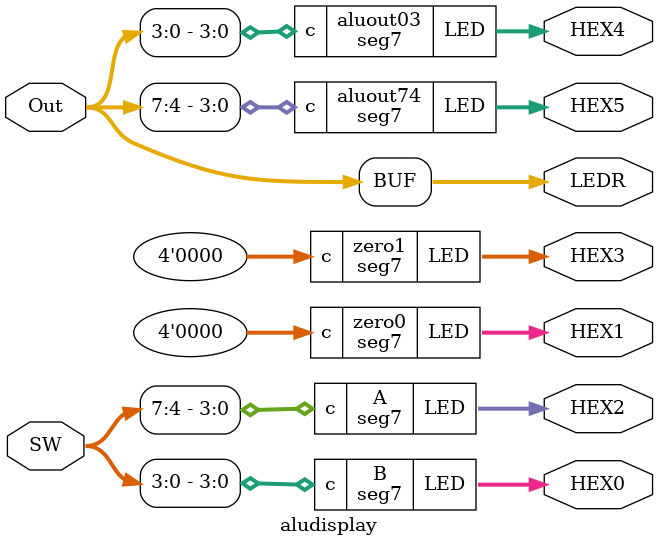
<source format=v>
module seg7(LED, c);
input [3:0] c;
output [6:0] LED;

	assign LED[0] = (~c[3] & ~c[2] & ~c[1] & c[0]) | (~c[3] & c[2] & ~c[1] & ~c[0]) | (c[3] & ~c[2] & c[1] & c[0]) | (c[3] & c[2] & ~c[1] & c[0]);
	assign LED[1] = (~c[3] & c[2] & ~c[1] & c[0]) | (~c[3] & c[2] & c[1] & ~c[0]) | (c[3] & ~c[2] & c[1] & c[0]) | (c[3] & c[2] & ~c[1] & ~c[0]) | (c[3] & c[2] & c[1] & ~c[0]) | (c[3] & c[2] & c[1] & c[0]);
	assign LED[2] = (~c[3] & ~c[2] & c[1] & ~c[0]) | (c[3] & c[2] & ~c[1] & ~c[0]) | (c[3] & c[2] & c[1] & ~c[0]) | (c[3] & c[2] & c[1] & c[0]);
	assign LED[3] = (~c[3] & ~c[2] & ~c[1] & c[0]) | (~c[3] & c[2] & ~c[1] & ~c[0]) | (~c[3] & c[2] & c[1] & c[0]) | (c[3] & ~c[2] & ~c[1] & c[0]) | (c[3] & ~c[2] & c[1] & ~c[0]) | (c[3] & c[2] & c[1] & c[0]) ;
	assign LED[4] = (~c[3] & ~c[2] & ~c[1] & c[0]) | (~c[3] & ~c[2] & c[1] & c[0]) | (~c[3] & c[2] & ~c[1] & ~c[0]) | (~c[3] & c[2] & ~c[1] & c[0]) | (~c[3] & c[2] & c[1] & c[0]) | (c[3] & ~c[2] & ~c[1] & c[0]);
	assign LED[5] = (~c[3] & ~c[2] & ~c[1] & c[0]) | (~c[3] & ~c[2] & c[1] & ~c[0]) | (~c[3] & ~c[2] & c[1] & c[0])  | (~c[3] & c[2] & c[1] & c[0]) | (c[3] & c[2] & ~c[1] & c[0]);
	assign LED[6] = (~c[3] & ~c[2] & ~c[1] & ~c[0]) | ( ~c[3] & ~c[2] & ~c[1] & c[0]) | (~c[3] & c[2] & c[1] & c[0]) | (c[3] & c[2] & ~c[1] & ~c[0]);

endmodule


module aludisplay(SW, HEX0, HEX1, HEX2, HEX3, HEX4, HEX5, LEDR, Out);

	input [7:0] Out;
	input [7:0] SW;
	output [6:0] HEX0, HEX1, HEX2, HEX3, HEX4, HEX5;
	output [7:0] LEDR;

	seg7 B(.c(SW[3:0]), .LED(HEX0[6:0]));

	seg7 zero0(.c(4'b0000), .LED(HEX1[6:0]));

	seg7 A(.c(SW[7:4]), .LED(HEX2[6:0]));

	seg7 zero1(.c(4'b0000), .LED(HEX3[6:0]));

	seg7 aluout03(.c(Out[3:0]), .LED(HEX4[6:0]));

	seg7 aluout74(.c(Out[7:4]), .LED(HEX5[6:0]));
	
	assign LEDR[7:0] = Out;
	
endmodule

</source>
